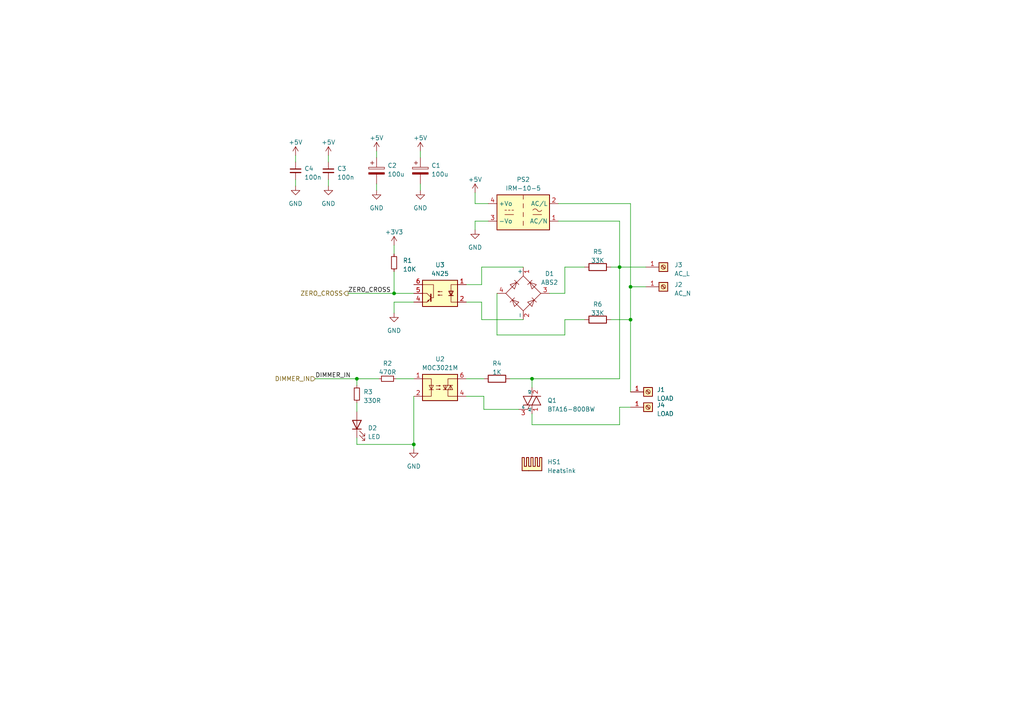
<source format=kicad_sch>
(kicad_sch (version 20230121) (generator eeschema)
  (paper "A4")
  (lib_symbols
    (symbol "Connector:Screw_Terminal_01x01" (pin_names (offset 1.016) hide)
      (property "Reference" "J" (at 0 2.54 0))
      (property "Value" "Screw_Terminal_01x01" (at 0 -2.54 0))
      (symbol "Screw_Terminal_01x01_1_1"
        (rectangle (start -1.27 1.27) (end 1.27 -1.27) (stroke (width 0.254)) (fill (type background)))
        (polyline (pts (xy -0.5334 0.3302) (xy 0.3302 -0.508)) (stroke (width 0.1524)))
        (polyline (pts (xy -0.3556 0.508) (xy 0.508 -0.3302)) (stroke (width 0.1524)))
        (circle (center 0 0) (radius 0.635) (stroke (width 0.1524)))
        (pin passive line (at -5.08 0 0) (length 3.81) (name "Pin_1") (number "1"))
      )
    )
    (symbol "Converter_ACDC:IRM-10-5"
      (property "Reference" "PS" (at 0 6.35 0))
      (property "Value" "IRM-10-5" (at 0 -6.35 0))
      (symbol "IRM-10-5_0_1"
        (rectangle (start -7.62 5.08) (end 7.62 -5.08) (stroke (width 0.254)) (fill (type background)))
        (arc (start -5.334 0.635) (mid -4.699 0.2495) (end -4.064 0.635))
        (arc (start -2.794 0.635) (mid -3.429 1.0072) (end -4.064 0.635))
        (polyline (pts (xy -5.334 -0.635) (xy -2.794 -0.635)))
        (polyline (pts (xy 0 -2.54) (xy 0 -3.81)))
        (polyline (pts (xy 0 0) (xy 0 -1.27)))
        (polyline (pts (xy 0 2.54) (xy 0 1.27)))
        (polyline (pts (xy 0 5.08) (xy 0 3.81)))
        (polyline (pts (xy 2.794 -0.635) (xy 5.334 -0.635)))
        (polyline (pts (xy 2.794 0.635) (xy 3.302 0.635)))
        (polyline (pts (xy 3.81 0.635) (xy 4.318 0.635)))
        (polyline (pts (xy 4.826 0.635) (xy 5.334 0.635)))
      )
      (symbol "IRM-10-5_1_1"
        (pin power_in line (at -10.16 -2.54 0) (length 2.54) (name "AC/N") (number "1"))
        (pin power_in line (at -10.16 2.54 0) (length 2.54) (name "AC/L") (number "2"))
        (pin power_out line (at 10.16 -2.54 180) (length 2.54) (name "-Vo") (number "3"))
        (pin power_out line (at 10.16 2.54 180) (length 2.54) (name "+Vo") (number "4"))
      )
    )
    (symbol "Device:C_Polarized" (pin_numbers hide) (pin_names (offset 0.254))
      (property "Reference" "C" (at 0.635 2.54 0))
      (property "Value" "C_Polarized" (at 0.635 -2.54 0))
      (symbol "C_Polarized_0_1"
        (rectangle (start -2.286 0.508) (end 2.286 1.016))
        (polyline (pts (xy -1.778 2.286) (xy -0.762 2.286)))
        (polyline (pts (xy -1.27 2.794) (xy -1.27 1.778)))
        (rectangle (start 2.286 -0.508) (end -2.286 -1.016) (fill (type outline)))
      )
      (symbol "C_Polarized_1_1"
        (pin passive line (at 0 3.81 270) (length 2.794) (name "~") (number "1"))
        (pin passive line (at 0 -3.81 90) (length 2.794) (name "~") (number "2"))
      )
    )
    (symbol "Device:C_Small" (pin_numbers hide) (pin_names (offset 0.254) hide)
      (property "Reference" "C" (at 0.254 1.778 0))
      (property "Value" "C_Small" (at 0.254 -2.032 0))
      (symbol "C_Small_0_1"
        (polyline (pts (xy -1.524 -0.508) (xy 1.524 -0.508)) (stroke (width 0.3302)))
        (polyline (pts (xy -1.524 0.508) (xy 1.524 0.508)) (stroke (width 0.3048)))
      )
      (symbol "C_Small_1_1"
        (pin passive line (at 0 2.54 270) (length 2.032) (name "~") (number "1"))
        (pin passive line (at 0 -2.54 90) (length 2.032) (name "~") (number "2"))
      )
    )
    (symbol "Device:LED" (pin_numbers hide) (pin_names (offset 1.016) hide)
      (property "Reference" "D" (at 0 2.54 0))
      (property "Value" "LED" (at 0 -2.54 0))
      (symbol "LED_0_1"
        (polyline (pts (xy -1.27 -1.27) (xy -1.27 1.27)) (stroke (width 0.254)))
        (polyline (pts (xy -1.27 0) (xy 1.27 0)))
        (polyline (pts (xy 1.27 -1.27) (xy 1.27 1.27) (xy -1.27 0) (xy 1.27 -1.27)) (stroke (width 0.254)))
        (polyline (pts (xy -3.048 -0.762) (xy -4.572 -2.286) (xy -3.81 -2.286) (xy -4.572 -2.286) (xy -4.572 -1.524)))
        (polyline (pts (xy -1.778 -0.762) (xy -3.302 -2.286) (xy -2.54 -2.286) (xy -3.302 -2.286) (xy -3.302 -1.524)))
      )
      (symbol "LED_1_1"
        (pin passive line (at -3.81 0 0) (length 2.54) (name "K") (number "1"))
        (pin passive line (at 3.81 0 180) (length 2.54) (name "A") (number "2"))
      )
    )
    (symbol "Device:R" (pin_numbers hide) (pin_names (offset 0))
      (property "Reference" "R" (at 2.032 0 90))
      (property "Value" "R" (at 0 0 90))
      (symbol "R_0_1"
        (rectangle (start -1.016 -2.54) (end 1.016 2.54) (stroke (width 0.254)))
      )
      (symbol "R_1_1"
        (pin passive line (at 0 3.81 270) (length 1.27) (name "~") (number "1"))
        (pin passive line (at 0 -3.81 90) (length 1.27) (name "~") (number "2"))
      )
    )
    (symbol "Device:R_Small" (pin_numbers hide) (pin_names (offset 0.254) hide)
      (property "Reference" "R" (at 0.762 0.508 0))
      (property "Value" "R_Small" (at 0.762 -1.016 0))
      (symbol "R_Small_0_1"
        (rectangle (start -0.762 1.778) (end 0.762 -1.778) (stroke (width 0.2032)))
      )
      (symbol "R_Small_1_1"
        (pin passive line (at 0 2.54 270) (length 0.762) (name "~") (number "1"))
        (pin passive line (at 0 -2.54 90) (length 0.762) (name "~") (number "2"))
      )
    )
    (symbol "Diode_Bridge:ABS2" (pin_names (offset 0))
      (property "Reference" "D" (at 2.54 6.985 0))
      (property "Value" "ABS2" (at 2.54 5.08 0))
      (symbol "ABS2_0_1"
        (polyline (pts (xy -2.54 3.81) (xy -1.27 2.54)))
        (polyline (pts (xy -1.27 -2.54) (xy -2.54 -3.81)))
        (polyline (pts (xy 2.54 -1.27) (xy 3.81 -2.54)))
        (polyline (pts (xy 2.54 1.27) (xy 3.81 2.54)))
        (polyline (pts (xy -3.81 2.54) (xy -2.54 1.27) (xy -1.905 3.175) (xy -3.81 2.54)))
        (polyline (pts (xy -2.54 -1.27) (xy -3.81 -2.54) (xy -1.905 -3.175) (xy -2.54 -1.27)))
        (polyline (pts (xy 1.27 2.54) (xy 2.54 3.81) (xy 3.175 1.905) (xy 1.27 2.54)))
        (polyline (pts (xy 3.175 -1.905) (xy 1.27 -2.54) (xy 2.54 -3.81) (xy 3.175 -1.905)))
        (polyline (pts (xy -5.08 0) (xy 0 -5.08) (xy 5.08 0) (xy 0 5.08) (xy -5.08 0)))
      )
      (symbol "ABS2_1_1"
        (pin passive line (at 7.62 0 180) (length 2.54) (name "+") (number "1"))
        (pin passive line (at -7.62 0 0) (length 2.54) (name "-") (number "2"))
        (pin passive line (at 0 -7.62 90) (length 2.54) (name "~") (number "3"))
        (pin passive line (at 0 7.62 270) (length 2.54) (name "~") (number "4"))
      )
    )
    (symbol "Isolator:4N25" (pin_names (offset 1.016))
      (property "Reference" "U" (at -5.08 5.08 0))
      (property "Value" "4N25" (at 0 5.08 0))
      (symbol "4N25_0_1"
        (rectangle (start -5.08 3.81) (end 5.08 -3.81) (stroke (width 0.254)) (fill (type background)))
        (polyline (pts (xy -3.81 -0.635) (xy -2.54 -0.635)) (stroke (width 0.254)))
        (polyline (pts (xy 2.667 -1.397) (xy 3.81 -2.54)))
        (polyline (pts (xy 2.667 -1.143) (xy 3.81 0)))
        (polyline (pts (xy 3.81 -2.54) (xy 5.08 -2.54)))
        (polyline (pts (xy 3.81 0) (xy 5.08 0)))
        (polyline (pts (xy 2.667 -0.254) (xy 2.667 -2.286) (xy 2.667 -2.286)) (stroke (width 0.3556)))
        (polyline (pts (xy -5.08 -2.54) (xy -3.175 -2.54) (xy -3.175 2.54) (xy -5.08 2.54)))
        (polyline (pts (xy -3.175 -0.635) (xy -3.81 0.635) (xy -2.54 0.635) (xy -3.175 -0.635)) (stroke (width 0.254)))
        (polyline (pts (xy 3.683 -2.413) (xy 3.429 -1.905) (xy 3.175 -2.159) (xy 3.683 -2.413)))
        (polyline (pts (xy 5.08 2.54) (xy 1.905 2.54) (xy 1.905 -1.27) (xy 2.54 -1.27)))
        (polyline (pts (xy -0.635 -0.508) (xy 0.635 -0.508) (xy 0.254 -0.635) (xy 0.254 -0.381) (xy 0.635 -0.508)))
        (polyline (pts (xy -0.635 0.508) (xy 0.635 0.508) (xy 0.254 0.381) (xy 0.254 0.635) (xy 0.635 0.508)))
      )
      (symbol "4N25_1_1"
        (pin passive line (at -7.62 2.54 0) (length 2.54) (name "~") (number "1"))
        (pin passive line (at -7.62 -2.54 0) (length 2.54) (name "~") (number "2"))
        (pin no_connect line (at -5.08 0 0) (length 2.54) hide (name "NC") (number "3"))
        (pin passive line (at 7.62 -2.54 180) (length 2.54) (name "~") (number "4"))
        (pin passive line (at 7.62 0 180) (length 2.54) (name "~") (number "5"))
        (pin passive line (at 7.62 2.54 180) (length 2.54) (name "~") (number "6"))
      )
    )
    (symbol "Mechanical:Heatsink" (pin_names (offset 1.016))
      (property "Reference" "HS" (at 0 5.08 0))
      (property "Value" "Heatsink" (at 0 -1.27 0))
      (symbol "Heatsink_0_1"
        (polyline (pts (xy -0.3302 1.27) (xy -0.9652 1.27) (xy -0.9652 3.81) (xy -1.6002 3.81) (xy -1.6002 1.27) (xy -2.2352 1.27) (xy -2.2352 3.81) (xy -2.8702 3.81) (xy -2.8702 0) (xy -0.9652 0)) (stroke (width 0.254)) (fill (type background)))
        (polyline (pts (xy -0.3302 1.27) (xy -0.3302 3.81) (xy 0.3048 3.81) (xy 0.3048 1.27) (xy 0.9398 1.27) (xy 0.9398 3.81) (xy 1.5748 3.81) (xy 1.5748 1.27) (xy 2.2098 1.27) (xy 2.2098 3.81) (xy 2.8448 3.81) (xy 2.8448 0) (xy -0.9652 0)) (stroke (width 0.254)) (fill (type background)))
      )
    )
    (symbol "Relay_SolidState:MOC3021M"
      (property "Reference" "U" (at -5.334 4.826 0))
      (property "Value" "MOC3021M" (at 0 5.08 0))
      (symbol "MOC3021M_0_1"
        (rectangle (start -5.08 3.81) (end 5.08 -3.81) (stroke (width 0.254)) (fill (type background)))
        (polyline (pts (xy -3.175 -0.635) (xy -1.905 -0.635)))
        (polyline (pts (xy 1.524 -0.635) (xy 1.524 0.635)))
        (polyline (pts (xy 3.048 0.635) (xy 3.048 -0.635)))
        (polyline (pts (xy 2.286 -0.635) (xy 2.286 -2.54) (xy 5.08 -2.54)))
        (polyline (pts (xy 2.286 0.635) (xy 2.286 2.54) (xy 5.08 2.54)))
        (polyline (pts (xy -5.08 2.54) (xy -2.54 2.54) (xy -2.54 -2.54) (xy -5.08 -2.54)))
        (polyline (pts (xy -2.54 -0.635) (xy -3.175 0.635) (xy -1.905 0.635) (xy -2.54 -0.635)))
        (polyline (pts (xy 0.889 -0.635) (xy 3.683 -0.635) (xy 3.048 0.635) (xy 2.413 -0.635)))
        (polyline (pts (xy 3.683 0.635) (xy 0.889 0.635) (xy 1.524 -0.635) (xy 2.159 0.635)))
        (polyline (pts (xy -1.143 -0.508) (xy 0.127 -0.508) (xy -0.254 -0.635) (xy -0.254 -0.381) (xy 0.127 -0.508)))
        (polyline (pts (xy -1.143 0.508) (xy 0.127 0.508) (xy -0.254 0.381) (xy -0.254 0.635) (xy 0.127 0.508)))
      )
      (symbol "MOC3021M_1_1"
        (pin passive line (at -7.62 2.54 0) (length 2.54) (name "~") (number "1"))
        (pin passive line (at -7.62 -2.54 0) (length 2.54) (name "~") (number "2"))
        (pin no_connect line (at -5.08 0 0) (length 2.54) hide (name "NC") (number "3"))
        (pin passive line (at 7.62 -2.54 180) (length 2.54) (name "~") (number "4"))
        (pin no_connect line (at 5.08 0 180) (length 2.54) hide (name "NC") (number "5"))
        (pin passive line (at 7.62 2.54 180) (length 2.54) (name "~") (number "6"))
      )
    )
    (symbol "Triac_Thyristor:BTA16-800BW" (pin_names (offset 0))
      (property "Reference" "Q" (at 5.08 1.905 0))
      (property "Value" "BTA16-800BW" (at 5.08 0 0))
      (symbol "BTA16-800BW_0_1"
        (polyline (pts (xy -2.54 -1.27) (xy 2.54 -1.27)) (stroke (width 0.2032)))
        (polyline (pts (xy -2.54 1.27) (xy 2.54 1.27)) (stroke (width 0.2032)))
        (polyline (pts (xy -1.27 -2.54) (xy -0.635 -1.27)))
        (polyline (pts (xy -2.54 1.27) (xy -1.27 -1.27) (xy 0 1.27)) (stroke (width 0.2032)))
        (polyline (pts (xy 0 -1.27) (xy 1.27 1.27) (xy 2.54 -1.27)) (stroke (width 0.2032)))
      )
      (symbol "BTA16-800BW_1_1"
        (pin passive line (at 0 -3.81 90) (length 2.54) (name "A1") (number "1"))
        (pin passive line (at 0 3.81 270) (length 2.54) (name "A2") (number "2"))
        (pin input line (at -3.81 -2.54 0) (length 2.54) (name "G") (number "3"))
      )
    )
    (symbol "power:+3V3" (power) (pin_names (offset 0))
      (property "Value" "+3V3" (at 0 3.556 0))
      (symbol "+3V3_0_1"
        (polyline (pts (xy -0.762 1.27) (xy 0 2.54)))
        (polyline (pts (xy 0 0) (xy 0 2.54)))
        (polyline (pts (xy 0 2.54) (xy 0.762 1.27)))
      )
      (symbol "+3V3_1_1"
        (pin power_in line (at 0 0 90) (length 0) hide (name "+3V3") (number "1"))
      )
    )
    (symbol "power:+5V" (power) (pin_names (offset 0))
      (property "Value" "+5V" (at 0 3.556 0))
      (symbol "+5V_0_1"
        (polyline (pts (xy -0.762 1.27) (xy 0 2.54)))
        (polyline (pts (xy 0 0) (xy 0 2.54)))
        (polyline (pts (xy 0 2.54) (xy 0.762 1.27)))
      )
      (symbol "+5V_1_1"
        (pin power_in line (at 0 0 90) (length 0) hide (name "+5V") (number "1"))
      )
    )
    (symbol "power:GND" (power) (pin_names (offset 0))
      (property "Value" "GND" (at 0 -3.81 0))
      (symbol "GND_0_1"
        (polyline (pts (xy 0 0) (xy 0 -1.27) (xy 1.27 -1.27) (xy 0 -2.54) (xy -1.27 -1.27) (xy 0 -1.27)))
      )
      (symbol "GND_1_1"
        (pin power_in line (at 0 0 270) (length 0) hide (name "GND") (number "1"))
      )
    )
  )
  (junction (at 120.015 128.905))
  (junction (at 103.505 109.855))
  (junction (at 182.88 83.185))
  (junction (at 114.3 85.09))
  (junction (at 179.705 77.47))
  (junction (at 154.305 109.855))
  (junction (at 182.88 92.71))
  (wire (pts (xy 114.3 87.63) (xy 114.3 90.805)))
  (wire (pts (xy 135.255 114.935) (xy 140.335 114.935)))
  (wire (pts (xy 154.305 120.015) (xy 154.305 123.19)))
  (wire (pts (xy 179.705 118.11) (xy 182.88 118.11)))
  (wire (pts (xy 114.3 85.09) (xy 120.015 85.09)))
  (wire (pts (xy 120.015 128.905) (xy 120.015 130.175)))
  (wire (pts (xy 139.7 92.71) (xy 151.765 92.71)))
  (wire (pts (xy 154.305 109.855) (xy 179.705 109.855)))
  (wire (pts (xy 182.88 92.71) (xy 182.88 113.665)))
  (wire (pts (xy 144.145 97.155) (xy 163.83 97.155)))
  (wire (pts (xy 140.335 114.935) (xy 140.335 118.745)))
  (wire (pts (xy 151.765 77.47) (xy 139.7 77.47)))
  (wire (pts (xy 109.22 43.815) (xy 109.22 45.72)))
  (wire (pts (xy 139.7 87.63) (xy 139.7 92.71)))
  (wire (pts (xy 147.955 109.855) (xy 154.305 109.855)))
  (wire (pts (xy 114.3 78.74) (xy 114.3 85.09)))
  (wire (pts (xy 120.015 128.905) (xy 103.505 128.905)))
  (wire (pts (xy 179.705 77.47) (xy 187.325 77.47)))
  (wire (pts (xy 154.305 109.855) (xy 154.305 112.395)))
  (wire (pts (xy 120.015 87.63) (xy 114.3 87.63)))
  (wire (pts (xy 137.795 64.135) (xy 137.795 66.675)))
  (wire (pts (xy 141.605 64.135) (xy 137.795 64.135)))
  (wire (pts (xy 161.925 59.055) (xy 182.88 59.055)))
  (wire (pts (xy 163.83 85.09) (xy 163.83 77.47)))
  (wire (pts (xy 154.305 123.19) (xy 179.705 123.19)))
  (wire (pts (xy 120.015 114.935) (xy 120.015 128.905)))
  (wire (pts (xy 103.505 109.855) (xy 103.505 111.76)))
  (wire (pts (xy 95.25 53.975) (xy 95.25 52.07)))
  (wire (pts (xy 137.795 55.88) (xy 137.795 59.055)))
  (wire (pts (xy 161.925 64.135) (xy 179.705 64.135)))
  (wire (pts (xy 109.855 109.855) (xy 103.505 109.855)))
  (wire (pts (xy 103.505 116.84) (xy 103.505 119.38)))
  (wire (pts (xy 137.795 59.055) (xy 141.605 59.055)))
  (wire (pts (xy 179.705 109.855) (xy 179.705 77.47)))
  (wire (pts (xy 121.92 55.245) (xy 121.92 53.34)))
  (wire (pts (xy 144.145 85.09) (xy 144.145 97.155)))
  (wire (pts (xy 163.83 97.155) (xy 163.83 92.71)))
  (wire (pts (xy 163.83 77.47) (xy 169.545 77.47)))
  (wire (pts (xy 114.3 71.12) (xy 114.3 73.66)))
  (wire (pts (xy 85.725 45.085) (xy 85.725 46.99)))
  (wire (pts (xy 135.255 109.855) (xy 140.335 109.855)))
  (wire (pts (xy 103.505 127) (xy 103.505 128.905)))
  (wire (pts (xy 139.7 82.55) (xy 135.255 82.55)))
  (wire (pts (xy 177.165 77.47) (xy 179.705 77.47)))
  (wire (pts (xy 140.335 118.745) (xy 150.495 118.745)))
  (wire (pts (xy 179.705 64.135) (xy 179.705 77.47)))
  (wire (pts (xy 95.25 45.085) (xy 95.25 46.99)))
  (wire (pts (xy 85.725 53.975) (xy 85.725 52.07)))
  (wire (pts (xy 179.705 123.19) (xy 179.705 118.11)))
  (wire (pts (xy 182.88 83.185) (xy 187.325 83.185)))
  (wire (pts (xy 139.7 77.47) (xy 139.7 82.55)))
  (wire (pts (xy 109.22 55.245) (xy 109.22 53.34)))
  (wire (pts (xy 182.88 59.055) (xy 182.88 83.185)))
  (wire (pts (xy 114.935 109.855) (xy 120.015 109.855)))
  (wire (pts (xy 182.88 83.185) (xy 182.88 92.71)))
  (wire (pts (xy 177.165 92.71) (xy 182.88 92.71)))
  (wire (pts (xy 135.255 87.63) (xy 139.7 87.63)))
  (wire (pts (xy 100.965 85.09) (xy 114.3 85.09)))
  (wire (pts (xy 159.385 85.09) (xy 163.83 85.09)))
  (wire (pts (xy 121.92 43.815) (xy 121.92 45.72)))
  (wire (pts (xy 163.83 92.71) (xy 169.545 92.71)))
  (wire (pts (xy 91.44 109.855) (xy 103.505 109.855)))
  (label "DIMMER_IN" (at 91.44 109.855 0))
  (label "ZERO_CROSS" (at 100.965 85.09 0))
  (hierarchical_label "DIMMER_IN" (shape input) (at 91.44 109.855 180))
  (hierarchical_label "ZERO_CROSS" (shape output) (at 100.965 85.09 180))
  (symbol (lib_id "Device:R_Small") (at 114.3 76.2 0) (unit 1)
    (property "Reference" "R1" (at 116.84 75.565 0) (effects (justify left)))
    (property "Value" "10K" (at 116.84 78.105 0) (effects (justify left)))
    (property "Footprint" "Resistor_SMD:R_0603_1608Metric" (effects hide))
    (property "JLCPCB Part #" "C25804" (effects hide))
    (instances (project "Hot-plate-controller" (path "" (reference "R1") (unit 1)) (path "" (reference "R3") (unit 1))))
  )
  (symbol (lib_id "power:GND") (at 121.92 55.245 0) (unit 1)
    (property "Reference" "#PWR07" (effects hide))
    (property "Value" "GND" (at 121.92 60.325 0))
    (instances (project "Hot-plate-controller" (path "" (reference "#PWR07") (unit 1)) (path "" (reference "#PWR011") (unit 1))))
  )
  (symbol (lib_id "power:+5V") (at 109.22 43.815 0) (unit 1)
    (property "Reference" "#PWR05" (effects hide))
    (property "Value" "+5V" (at 109.22 40.005 0))
  )
  (symbol (lib_id "power:+3V3") (at 114.3 71.12 0) (unit 1)
    (property "Reference" "#PWR07" (effects hide))
    (property "Value" "+3V3" (at 114.3 67.31 0))
  )
  (symbol (lib_id "Device:C_Polarized") (at 109.22 49.53 0) (unit 1) (in_bom no)
    (property "Reference" "C2" (at 112.395 48.006 0) (effects (justify left)))
    (property "Value" "100u" (at 112.395 50.546 0) (effects (justify left)))
    (property "Footprint" "Capacitor_THT:CP_Radial_D7.5mm_P2.50mm" (effects hide))
    (instances (project "Hot-plate-controller" (path "" (reference "C2") (unit 1)) (path "" (reference "C3") (unit 1))))
  )
  (symbol (lib_id "Device:LED") (at 103.505 123.19 90) (unit 1)
    (property "Reference" "D2" (at 106.68 124.1425 90) (effects (justify right)))
    (property "Value" "LED" (at 106.68 126.6825 90) (effects (justify right)))
    (property "Footprint" "LED_SMD:LED_0805_2012Metric" (effects hide))
    (property "JLCPCB Part #" "C84256" (effects hide))
    (instances (project "Hot-plate-controller" (path "" (reference "D2") (unit 1)) (path "" (reference "D1") (unit 1))))
  )
  (symbol (lib_id "Device:R_Small") (at 103.505 114.3 0) (unit 1)
    (property "Reference" "R3" (at 105.41 113.665 0) (effects (justify left)))
    (property "Value" "330R" (at 105.41 116.205 0) (effects (justify left)))
    (property "Footprint" "Resistor_SMD:R_0603_1608Metric" (effects hide))
    (property "JLCPCB Part #" "C23138" (effects hide))
    (instances (project "Hot-plate-controller" (path "" (reference "R3") (unit 1)) (path "" (reference "R1") (unit 1))))
  )
  (symbol (lib_id "power:GND") (at 120.015 130.175 0) (unit 1)
    (property "Reference" "#PWR03" (effects hide))
    (property "Value" "GND" (at 120.015 135.255 0))
    (instances (project "Hot-plate-controller" (path "" (reference "#PWR03") (unit 1)) (path "" (reference "#PWR09") (unit 1))))
  )
  (symbol (lib_id "Connector:Screw_Terminal_01x01") (at 192.405 77.47 0) (unit 1) (in_bom no)
    (property "Reference" "J3" (at 195.58 76.835 0) (effects (justify left)))
    (property "Value" "AC_L" (at 195.58 79.375 0) (effects (justify left)))
    (property "Footprint" "Plugin_terminal:blade_terminal" (effects hide))
  )
  (symbol (lib_id "power:GND") (at 137.795 66.675 0) (unit 1)
    (property "Reference" "#PWR05" (effects hide))
    (property "Value" "GND" (at 137.795 71.755 0))
    (instances (project "Hot-plate-controller" (path "" (reference "#PWR05") (unit 1)) (path "" (reference "#PWR013") (unit 1))))
  )
  (symbol (lib_id "power:+5V") (at 95.25 45.085 0) (unit 1)
    (property "Reference" "#PWR01" (effects hide))
    (property "Value" "+5V" (at 95.25 41.275 0))
  )
  (symbol (lib_id "power:GND") (at 109.22 55.245 0) (unit 1)
    (property "Reference" "#PWR09" (effects hide))
    (property "Value" "GND" (at 109.22 60.325 0))
    (instances (project "Hot-plate-controller" (path "" (reference "#PWR09") (unit 1)) (path "" (reference "#PWR06") (unit 1))))
  )
  (symbol (lib_id "Device:R") (at 173.355 92.71 90) (unit 1) (in_bom no)
    (property "Reference" "R6" (at 173.355 88.265 90))
    (property "Value" "33K" (at 173.355 90.805 90))
    (property "Footprint" "Resistor_THT:R_Axial_DIN0414_L11.9mm_D4.5mm_P20.32mm_Horizontal" (effects hide))
  )
  (symbol (lib_id "power:GND") (at 114.3 90.805 0) (unit 1)
    (property "Reference" "#PWR01" (effects hide))
    (property "Value" "GND" (at 114.3 95.885 0))
    (instances (project "Hot-plate-controller" (path "" (reference "#PWR01") (unit 1)) (path "" (reference "#PWR08") (unit 1))))
  )
  (symbol (lib_id "Device:C_Small") (at 95.25 49.53 0) (unit 1)
    (property "Reference" "C3" (at 97.79 48.9013 0) (effects (justify left)))
    (property "Value" "100n" (at 97.79 51.4413 0) (effects (justify left)))
    (property "Footprint" "Capacitor_SMD:C_0603_1608Metric" (effects hide))
    (property "JLCPCB Part #" "C14663" (effects hide))
    (instances (project "Hot-plate-controller" (path "" (reference "C3") (unit 1)) (path "" (reference "C2") (unit 1))))
  )
  (symbol (lib_id "power:+5V") (at 121.92 43.815 0) (unit 1)
    (property "Reference" "#PWR012" (effects hide))
    (property "Value" "+5V" (at 121.92 40.005 0))
  )
  (symbol (lib_id "Converter_ACDC:IRM-10-5") (at 151.765 61.595 0) (mirror y) (unit 1) (in_bom no)
    (property "Reference" "PS2" (at 151.765 52.07 0))
    (property "Value" "IRM-10-5" (at 151.765 54.61 0))
    (property "Footprint" "Converter_ACDC:Converter_ACDC_MeanWell_IRM-10-xx_THT" (effects hide))
    (property "Datasheet" "https://www.meanwell.com/Upload/PDF/IRM-10/IRM-10-SPEC.PDF" (effects hide))
  )
  (symbol (lib_id "power:GND") (at 85.725 53.975 0) (unit 1)
    (property "Reference" "#PWR013" (effects hide))
    (property "Value" "GND" (at 85.725 59.055 0))
    (instances (project "Hot-plate-controller" (path "" (reference "#PWR013") (unit 1)) (path "" (reference "#PWR02") (unit 1))))
  )
  (symbol (lib_id "Device:R") (at 173.355 77.47 90) (unit 1) (in_bom no)
    (property "Reference" "R5" (at 173.355 73.025 90))
    (property "Value" "33K" (at 173.355 75.565 90))
    (property "Footprint" "Resistor_THT:R_Axial_DIN0414_L11.9mm_D4.5mm_P20.32mm_Horizontal" (effects hide))
  )
  (symbol (lib_id "Device:C_Polarized") (at 121.92 49.53 0) (unit 1) (in_bom no)
    (property "Reference" "C1" (at 125.095 48.006 0) (effects (justify left)))
    (property "Value" "100u" (at 125.095 50.546 0) (effects (justify left)))
    (property "Footprint" "Capacitor_THT:CP_Radial_D7.5mm_P2.50mm" (effects hide))
    (instances (project "Hot-plate-controller" (path "" (reference "C1") (unit 1)) (path "" (reference "C4") (unit 1))))
  )
  (symbol (lib_id "power:+5V") (at 85.725 45.085 0) (unit 1)
    (property "Reference" "#PWR03" (effects hide))
    (property "Value" "+5V" (at 85.725 41.275 0))
  )
  (symbol (lib_id "Triac_Thyristor:BTA16-800BW") (at 154.305 116.205 0) (unit 1) (in_bom no)
    (property "Reference" "Q1" (at 158.75 116.1542 0) (effects (justify left)))
    (property "Value" "BTA16-800BW" (at 158.75 118.6942 0) (effects (justify left)))
    (property "Footprint" "Package_TO_SOT_THT:TO-220-3_Vertical" (effects hide))
    (property "Datasheet" "https://www.st.com/resource/en/datasheet/bta16.pdf" (effects hide))
  )
  (symbol (lib_id "power:+5V") (at 137.795 55.88 0) (unit 1)
    (property "Reference" "#PWR043" (effects hide))
    (property "Value" "+5V" (at 137.795 52.07 0))
  )
  (symbol (lib_id "Device:R") (at 144.145 109.855 90) (unit 1) (in_bom no)
    (property "Reference" "R4" (at 144.145 105.41 90))
    (property "Value" "1K" (at 144.145 107.95 90))
    (property "Footprint" "Resistor_THT:R_Axial_DIN0414_L11.9mm_D4.5mm_P20.32mm_Horizontal" (effects hide))
  )
  (symbol (lib_id "Device:R_Small") (at 112.395 109.855 90) (unit 1)
    (property "Reference" "R2" (at 112.395 105.41 90))
    (property "Value" "470R" (at 112.395 107.95 90))
    (property "Footprint" "Resistor_SMD:R_0603_1608Metric" (effects hide))
    (property "JLCPCB Part #" "C23179" (effects hide))
  )
  (symbol (lib_id "Connector:Screw_Terminal_01x01") (at 187.96 118.11 0) (unit 1) (in_bom no)
    (property "Reference" "J4" (at 190.5 117.475 0) (effects (justify left)))
    (property "Value" "LOAD" (at 190.5 120.015 0) (effects (justify left)))
    (property "Footprint" "Plugin_terminal:blade_terminal" (effects hide))
  )
  (symbol (lib_id "Isolator:4N25") (at 127.635 85.09 0) (mirror y) (unit 1)
    (property "Reference" "U3" (at 127.635 76.835 0))
    (property "Value" "4N25" (at 127.635 79.375 0))
    (property "Footprint" "Package_DIP:SMDIP-6_W9.53mm" (effects hide))
    (property "Datasheet" "https://www.vishay.com/docs/83725/4n25.pdf" (effects hide))
    (property "JLCPCB Part #" "C44165" (effects hide))
    (instances (project "Hot-plate-controller" (path "" (reference "U3") (unit 1)) (path "" (reference "U1") (unit 1))))
  )
  (symbol (lib_id "Device:C_Small") (at 85.725 49.53 0) (unit 1)
    (property "Reference" "C4" (at 88.265 48.9013 0) (effects (justify left)))
    (property "Value" "100n" (at 88.265 51.4413 0) (effects (justify left)))
    (property "Footprint" "Capacitor_SMD:C_0603_1608Metric" (effects hide))
    (property "JLCPCB Part #" "C14663" (effects hide))
    (instances (project "Hot-plate-controller" (path "" (reference "C4") (unit 1)) (path "" (reference "C1") (unit 1))))
  )
  (symbol (lib_id "Mechanical:Heatsink") (at 154.305 136.525 0) (unit 1)
    (property "Reference" "HS1" (at 158.75 133.985 0) (effects (justify left)))
    (property "Value" "Heatsink" (at 158.75 136.525 0) (effects (justify left)))
    (property "Footprint" "Heatsink:Heatsink_Fischer_SK129-STS_42x25mm_2xDrill2.5mm" (effects hide))
  )
  (symbol (lib_id "Connector:Screw_Terminal_01x01") (at 192.405 83.185 0) (unit 1) (in_bom no)
    (property "Reference" "J2" (at 195.58 82.55 0) (effects (justify left)))
    (property "Value" "AC_N" (at 195.58 85.09 0) (effects (justify left)))
    (property "Footprint" "Plugin_terminal:blade_terminal" (effects hide))
  )
  (symbol (lib_id "Connector:Screw_Terminal_01x01") (at 187.96 113.665 0) (unit 1) (in_bom no)
    (property "Reference" "J1" (at 190.5 113.03 0) (effects (justify left)))
    (property "Value" "LOAD" (at 190.5 115.57 0) (effects (justify left)))
    (property "Footprint" "Plugin_terminal:blade_terminal" (effects hide))
  )
  (symbol (lib_id "Relay_SolidState:MOC3021M") (at 127.635 112.395 0) (unit 1)
    (property "Reference" "U2" (at 127.635 104.14 0))
    (property "Value" "MOC3021M" (at 127.635 106.68 0))
    (property "Footprint" "Package_DIP:SMDIP-6_W9.53mm" (effects hide))
    (property "Datasheet" "https://www.onsemi.com/pub/Collateral/MOC3023M-D.PDF" (effects hide))
    (property "JLCPCB Part #" "C115465" (effects hide))
  )
  (symbol (lib_id "power:GND") (at 95.25 53.975 0) (unit 1)
    (property "Reference" "#PWR011" (effects hide))
    (property "Value" "GND" (at 95.25 59.055 0))
    (instances (project "Hot-plate-controller" (path "" (reference "#PWR011") (unit 1)) (path "" (reference "#PWR04") (unit 1))))
  )
  (symbol (lib_id "Diode_Bridge:ABS2") (at 151.765 85.09 90) (unit 1)
    (property "Reference" "D1" (at 159.385 79.375 90))
    (property "Value" "ABS2" (at 159.385 81.915 90))
    (property "Footprint" "Diode_SMD:Diode_Bridge_Vishay_DFS" (effects hide))
    (property "Datasheet" "https://diotec.com/tl_files/diotec/files/pdf/datasheets/abs2.pdf" (effects hide))
    (property "JLCPCB Part #" "C5377" (effects hide))
    (instances (project "Hot-plate-controller" (path "" (reference "D1") (unit 1)) (path "" (reference "D2") (unit 1))))
  )
)
</source>
